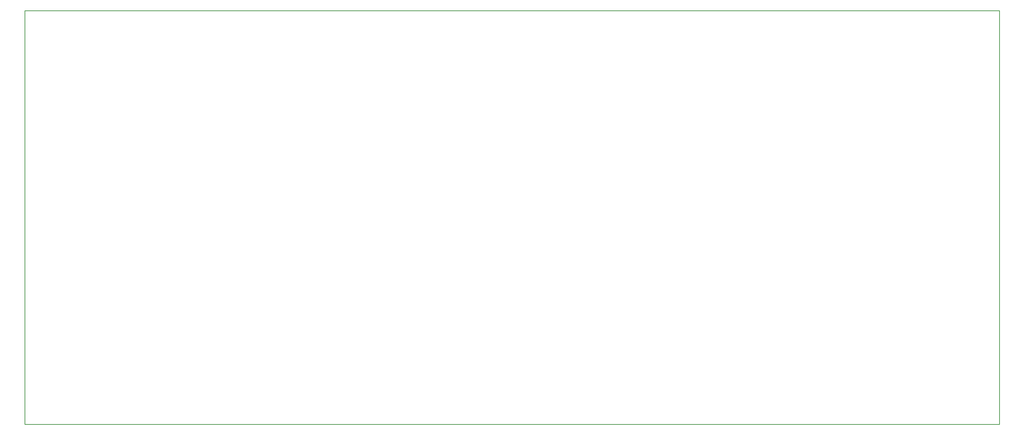
<source format=gko>
%FSLAX24Y24*%
%MOIN*%
G70*
G01*
G75*
G04 Layer_Color=16711935*
%ADD10R,0.1299X0.0787*%
%ADD11R,0.0866X0.0925*%
%ADD12R,0.0610X0.0925*%
%ADD13R,0.0335X0.0335*%
%ADD14R,0.0394X0.0394*%
%ADD15O,0.0236X0.0866*%
%ADD16O,0.0236X0.0866*%
%ADD17R,0.0787X0.2362*%
%ADD18R,0.0354X0.0354*%
%ADD19R,0.0630X0.1181*%
%ADD20C,0.0394*%
%ADD21R,0.0335X0.0669*%
%ADD22R,0.0472X0.1378*%
%ADD23R,0.2185X0.2559*%
%ADD24R,0.0492X0.1201*%
%ADD25O,0.0689X0.0217*%
%ADD26O,0.0217X0.0689*%
%ADD27R,0.0630X0.0236*%
%ADD28R,0.0630X0.0236*%
%ADD29C,0.0150*%
%ADD30C,0.0250*%
%ADD31C,0.0500*%
%ADD32C,0.0100*%
%ADD33C,0.0300*%
%ADD34C,0.2500*%
%ADD35C,0.0472*%
%ADD36R,0.0591X0.0591*%
%ADD37C,0.0591*%
%ADD38C,0.0472*%
%ADD39C,0.0591*%
%ADD40R,0.0591X0.0591*%
%ADD41C,0.0630*%
%ADD42C,0.1161*%
%ADD43C,0.0500*%
%ADD44C,0.0098*%
%ADD45C,0.0236*%
%ADD46C,0.0079*%
%ADD47R,0.1379X0.0867*%
%ADD48R,0.0946X0.1005*%
%ADD49R,0.0690X0.1005*%
%ADD50R,0.0415X0.0415*%
%ADD51R,0.0474X0.0474*%
%ADD52O,0.0316X0.0946*%
%ADD53O,0.0316X0.0946*%
%ADD54R,0.0867X0.2442*%
%ADD55R,0.0434X0.0434*%
%ADD56R,0.0710X0.1261*%
%ADD57C,0.0984*%
%ADD58R,0.0415X0.0749*%
%ADD59R,0.0552X0.1458*%
%ADD60R,0.2265X0.2639*%
%ADD61R,0.0572X0.1281*%
%ADD62C,0.1181*%
%ADD63O,0.0769X0.0297*%
%ADD64O,0.0297X0.0769*%
%ADD65R,0.0710X0.0316*%
%ADD66R,0.0710X0.0316*%
%ADD67C,0.2580*%
%ADD68C,0.0552*%
%ADD69R,0.0671X0.0671*%
%ADD70C,0.0671*%
%ADD71C,0.0552*%
%ADD72C,0.0671*%
%ADD73R,0.0671X0.0671*%
%ADD74C,0.0710*%
%ADD75C,0.1241*%
%ADD76C,0.0580*%
D32*
X64800Y101300D02*
X204900D01*
X64800Y41800D02*
Y101300D01*
Y41800D02*
X204900D01*
Y101300D01*
M02*

</source>
